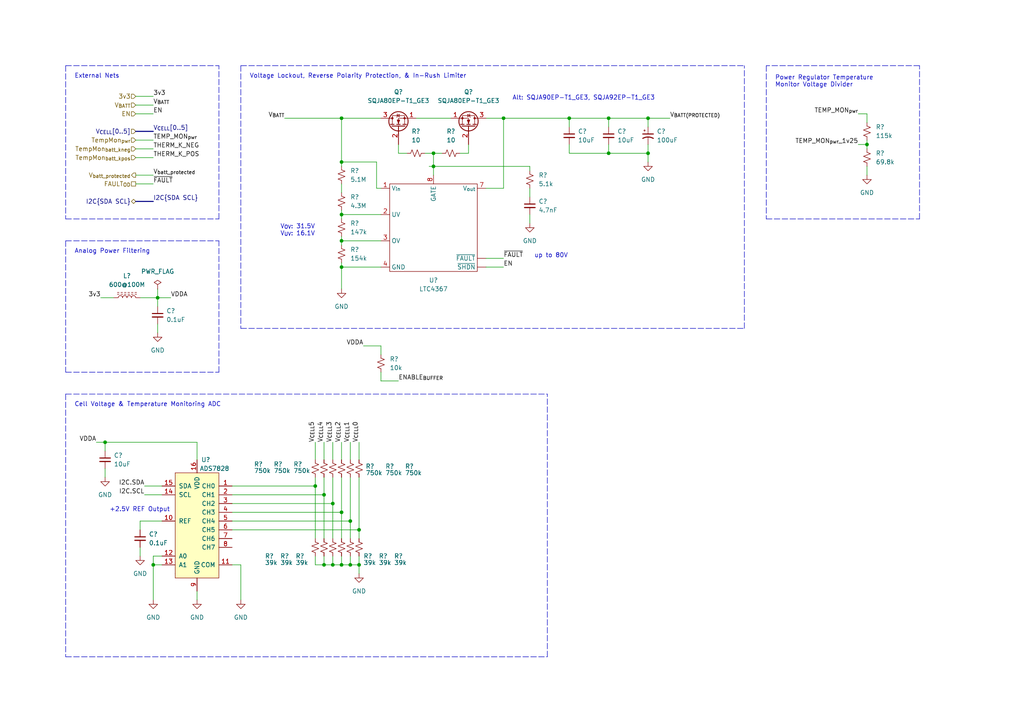
<source format=kicad_sch>
(kicad_sch (version 20211123) (generator eeschema)
  (paper "A4")
  (title_block (title "Motorboard") (date "2021-11-14") (rev "1.0.0") (company "The A-Team (RC SSL)") (comment 1 "Designed By: W. Stuckey & R. Osawa") (comment 2 "Reviewed By:"))
  (lib_symbols
    (symbol "Analog_ADC:ADS7828" (pin_names (offset 1.016))
      (property "Reference" "U" (at -5.08 15.24 0))
      (property "Value" "ADS7828" (at 5.08 15.24 0))
      (symbol "ADS7828_0_1"
        (rectangle (start -6.35 13.97) (end 6.35 -16.51) (fill (type background)))
        (rectangle (start 6.35 -15.24) (end 6.35 -15.24))
      )
      (symbol "ADS7828_1_1"
        (pin input line (at -10.16 10.16 0) (length 3.81) (name "CH0") (number "1"))
        (pin bidirectional line (at 10.16 0 180) (length 3.81) (name "REF") (number "10"))
        (pin input line (at -10.16 -12.7 0) (length 3.81) (name "COM") (number "11"))
        (pin input line (at 10.16 -10.16 180) (length 3.81) (name "A0") (number "12"))
        (pin input line (at 10.16 -12.7 180) (length 3.81) (name "A1") (number "13"))
        (pin input line (at 10.16 7.62 180) (length 3.81) (name "SCL") (number "14"))
        (pin bidirectional line (at 10.16 10.16 180) (length 3.81) (name "SDA") (number "15"))
        (pin power_in line (at 0 17.78 270) (length 3.81) (name "VDD") (number "16"))
        (pin input line (at -10.16 7.62 0) (length 3.81) (name "CH1") (number "2"))
        (pin input line (at -10.16 5.08 0) (length 3.81) (name "CH2") (number "3"))
        (pin input line (at -10.16 2.54 0) (length 3.81) (name "CH3") (number "4"))
        (pin input line (at -10.16 0 0) (length 3.81) (name "CH4") (number "5"))
        (pin input line (at -10.16 -2.54 0) (length 3.81) (name "CH5") (number "6"))
        (pin input line (at -10.16 -5.08 0) (length 3.81) (name "CH6") (number "7"))
        (pin input line (at -10.16 -7.62 0) (length 3.81) (name "CH7") (number "8"))
        (pin power_in line (at 0 -20.32 90) (length 3.81) (name "GND") (number "9"))
      )
    )
    (symbol "Device:C_Polarized_Small_US" (pin_numbers hide) (pin_names (offset 0.254) hide)
      (property "Reference" "C" (at 0.254 1.778 0))
      (property "Value" "C_Polarized_Small_US" (at 0.254 -2.032 0))
      (symbol "C_Polarized_Small_US_0_1"
        (polyline (pts (xy -1.524 0.508) (xy 1.524 0.508)) (stroke (width 0.3048)))
        (polyline (pts (xy -1.27 1.524) (xy -0.762 1.524)))
        (polyline (pts (xy -1.016 1.27) (xy -1.016 1.778)))
        (arc (start 1.524 -0.762) (mid 0 -0.3734) (end -1.524 -0.762) (stroke (width 0.3048)))
      )
      (symbol "C_Polarized_Small_US_1_1"
        (pin passive line (at 0 2.54 270) (length 2.032) (name "~") (number "1"))
        (pin passive line (at 0 -2.54 90) (length 2.032) (name "~") (number "2"))
      )
    )
    (symbol "Device:C_Small" (pin_numbers hide) (pin_names (offset 0.254) hide)
      (property "Reference" "C" (at 0.254 1.778 0))
      (property "Value" "C_Small" (at 0.254 -2.032 0))
      (symbol "C_Small_0_1"
        (polyline (pts (xy -1.524 -0.508) (xy 1.524 -0.508)) (stroke (width 0.3302)))
        (polyline (pts (xy -1.524 0.508) (xy 1.524 0.508)) (stroke (width 0.3048)))
      )
      (symbol "C_Small_1_1"
        (pin passive line (at 0 2.54 270) (length 2.032) (name "~") (number "1"))
        (pin passive line (at 0 -2.54 90) (length 2.032) (name "~") (number "2"))
      )
    )
    (symbol "Device:L_Ferrite" (pin_numbers hide) (pin_names (offset 1.016) hide)
      (property "Reference" "L" (at -1.27 0 90))
      (property "Value" "L_Ferrite" (at 2.794 0 90))
      (symbol "L_Ferrite_0_1"
        (arc (start 0 -2.54) (mid 0.635 -1.905) (end 0 -1.27))
        (arc (start 0 -1.27) (mid 0.635 -0.635) (end 0 0))
        (polyline (pts (xy 1.016 -2.794) (xy 1.016 -2.286)))
        (polyline (pts (xy 1.016 -1.778) (xy 1.016 -1.27)))
        (polyline (pts (xy 1.016 -0.762) (xy 1.016 -0.254)))
        (polyline (pts (xy 1.016 0.254) (xy 1.016 0.762)))
        (polyline (pts (xy 1.016 1.27) (xy 1.016 1.778)))
        (polyline (pts (xy 1.016 2.286) (xy 1.016 2.794)))
        (polyline (pts (xy 1.524 -2.286) (xy 1.524 -2.794)))
        (polyline (pts (xy 1.524 -1.27) (xy 1.524 -1.778)))
        (polyline (pts (xy 1.524 -0.254) (xy 1.524 -0.762)))
        (polyline (pts (xy 1.524 0.762) (xy 1.524 0.254)))
        (polyline (pts (xy 1.524 1.778) (xy 1.524 1.27)))
        (polyline (pts (xy 1.524 2.794) (xy 1.524 2.286)))
        (arc (start 0 0) (mid 0.635 0.635) (end 0 1.27))
        (arc (start 0 1.27) (mid 0.635 1.905) (end 0 2.54))
      )
      (symbol "L_Ferrite_1_1"
        (pin passive line (at 0 3.81 270) (length 1.27) (name "1") (number "1"))
        (pin passive line (at 0 -3.81 90) (length 1.27) (name "2") (number "2"))
      )
    )
    (symbol "Device:Q_NMOS_SGD" (pin_names (offset 0) hide)
      (property "Reference" "Q" (at 5.08 1.27 0))
      (property "Value" "Q_NMOS_SGD" (at 5.08 -1.27 0))
      (symbol "Q_NMOS_SGD_0_1"
        (polyline (pts (xy 0.254 0) (xy -2.54 0)))
        (polyline (pts (xy 0.254 1.905) (xy 0.254 -1.905)) (stroke (width 0.254)))
        (polyline (pts (xy 0.762 -1.27) (xy 0.762 -2.286)) (stroke (width 0.254)))
        (polyline (pts (xy 0.762 0.508) (xy 0.762 -0.508)) (stroke (width 0.254)))
        (polyline (pts (xy 0.762 2.286) (xy 0.762 1.27)) (stroke (width 0.254)))
        (polyline (pts (xy 2.54 2.54) (xy 2.54 1.778)))
        (polyline (pts (xy 2.54 -2.54) (xy 2.54 0) (xy 0.762 0)))
        (polyline (pts (xy 0.762 -1.778) (xy 3.302 -1.778) (xy 3.302 1.778) (xy 0.762 1.778)))
        (polyline (pts (xy 1.016 0) (xy 2.032 0.381) (xy 2.032 -0.381) (xy 1.016 0)) (fill (type outline)))
        (polyline (pts (xy 2.794 0.508) (xy 2.921 0.381) (xy 3.683 0.381) (xy 3.81 0.254)))
        (polyline (pts (xy 3.302 0.381) (xy 2.921 -0.254) (xy 3.683 -0.254) (xy 3.302 0.381)))
        (circle (center 1.651 0) (radius 2.794) (stroke (width 0.254)))
        (circle (center 2.54 -1.778) (radius 0.254) (fill (type outline)))
        (circle (center 2.54 1.778) (radius 0.254) (fill (type outline)))
      )
      (symbol "Q_NMOS_SGD_1_1"
        (pin passive line (at 2.54 -5.08 90) (length 2.54) (name "S") (number "1"))
        (pin input line (at -5.08 0 0) (length 5.08) (name "G") (number "2"))
        (pin passive line (at 2.54 5.08 270) (length 2.54) (name "D") (number "3"))
      )
    )
    (symbol "Device:R_Small_US" (pin_numbers hide) (pin_names (offset 0.254) hide)
      (property "Reference" "R" (at 0.762 0.508 0))
      (property "Value" "R_Small_US" (at 0.762 -1.016 0))
      (symbol "R_Small_US_1_1"
        (polyline (pts (xy 0 0) (xy 1.016 -0.381) (xy 0 -0.762) (xy -1.016 -1.143) (xy 0 -1.524)))
        (polyline (pts (xy 0 1.524) (xy 1.016 1.143) (xy 0 0.762) (xy -1.016 0.381) (xy 0 0)))
        (pin passive line (at 0 2.54 270) (length 1.016) (name "~") (number "1"))
        (pin passive line (at 0 -2.54 90) (length 1.016) (name "~") (number "2"))
      )
    )
    (symbol "ltc_regulators:LTC4367"
      (property "Reference" "U" (at 0 -15.24 0))
      (property "Value" "LTC4367" (at 6.35 13.97 0))
      (symbol "LTC4367_0_1"
        (rectangle (start -12.7 12.7) (end 12.7 -12.7) (stroke (width 0.1524)))
      )
      (symbol "LTC4367_1_1"
        (pin open_collector line (at 15.24 -8.89 180) (length 2.54) (name "~{FAULT}") (number ""))
        (pin input line (at 15.24 -11.43 180) (length 2.54) (name "~{SHDN}") (number ""))
        (pin power_in line (at -15.24 11.43 0) (length 2.54) (name "V_{in}") (number "1"))
        (pin input line (at -15.24 3.81 0) (length 2.54) (name "UV") (number "2"))
        (pin input line (at -15.24 -3.81 0) (length 2.54) (name "OV") (number "3"))
        (pin power_in line (at -15.24 -11.43 0) (length 2.54) (name "GND") (number "4"))
        (pin input line (at 15.24 11.43 180) (length 2.54) (name "V_{out}") (number "7"))
        (pin output line (at 0 15.24 270) (length 2.54) (name "GATE") (number "8"))
      )
    )
    (symbol "power:GND" (power) (pin_names (offset 0))
      (property "Value" "GND" (at 0 -3.81 0))
      (symbol "GND_0_1"
        (polyline (pts (xy 0 0) (xy 0 -1.27) (xy 1.27 -1.27) (xy 0 -2.54) (xy -1.27 -1.27) (xy 0 -1.27)))
      )
      (symbol "GND_1_1"
        (pin power_in line (at 0 0 270) (length 0) hide (name "GND") (number "1"))
      )
    )
    (symbol "power:PWR_FLAG" (power) (pin_numbers hide) (pin_names (offset 0) hide)
      (property "Value" "PWR_FLAG" (at 0 3.81 0))
      (symbol "PWR_FLAG_0_0"
        (pin power_out line (at 0 0 90) (length 0) (name "pwr") (number "1"))
      )
      (symbol "PWR_FLAG_0_1"
        (polyline (pts (xy 0 0) (xy 0 1.27) (xy -1.016 1.905) (xy 0 2.54) (xy 1.016 1.905) (xy 0 1.27)))
      )
    )
  )
  (junction (at 93.98 163.83) (diameter 0.9144))
  (junction (at 125.73 48.26) (diameter 0.9144))
  (junction (at 99.06 148.59) (diameter 0.9144))
  (junction (at 165.1 34.29) (diameter 0.9144))
  (junction (at 101.6 163.83) (diameter 0.9144))
  (junction (at 104.14 153.67) (diameter 0.9144))
  (junction (at 45.72 86.36) (diameter 0.9144))
  (junction (at 101.6 151.13) (diameter 0.9144))
  (junction (at 176.53 44.45) (diameter 0.9144))
  (junction (at 96.52 146.05) (diameter 0.9144))
  (junction (at 93.98 143.51) (diameter 0.9144))
  (junction (at 146.05 34.29) (diameter 0.9144))
  (junction (at 187.96 44.45) (diameter 0.9144))
  (junction (at 125.73 44.45) (diameter 0.9144))
  (junction (at 91.44 140.97) (diameter 0.9144))
  (junction (at 30.48 128.27) (diameter 0.9144))
  (junction (at 99.06 69.85) (diameter 0.9144))
  (junction (at 99.06 34.29) (diameter 0.9144))
  (junction (at 99.06 46.99) (diameter 0.9144))
  (junction (at 176.53 34.29) (diameter 0.9144))
  (junction (at 44.45 163.83) (diameter 0.9144))
  (junction (at 96.52 163.83) (diameter 0.9144))
  (junction (at 104.14 163.83) (diameter 0.9144))
  (junction (at 99.06 163.83) (diameter 0.9144))
  (junction (at 99.06 62.23) (diameter 0.9144))
  (junction (at 187.96 34.29) (diameter 0.9144))
  (junction (at 99.06 77.47) (diameter 0.9144))
  (junction (at 251.46 41.91) (diameter 0.9144))
  (wire (pts (xy 176.53 34.29) (xy 176.53 36.83)))
  (wire (pts (xy 27.94 128.27) (xy 30.48 128.27)))
  (wire (pts (xy 40.64 151.13) (xy 46.99 151.13)))
  (wire (pts (xy 30.48 128.27) (xy 57.15 128.27)))
  (wire (pts (xy 93.98 161.29) (xy 93.98 163.83)))
  (wire (pts (xy 248.92 41.91) (xy 251.46 41.91)))
  (wire (pts (xy 57.15 133.35) (xy 57.15 128.27)))
  (wire (pts (xy 91.44 128.27) (xy 91.44 133.35)))
  (wire (pts (xy 99.06 60.96) (xy 99.06 62.23)))
  (wire (pts (xy 99.06 62.23) (xy 99.06 63.5)))
  (wire (pts (xy 187.96 44.45) (xy 187.96 46.99)))
  (wire (pts (xy 67.31 151.13) (xy 101.6 151.13)))
  (wire (pts (xy 109.22 54.61) (xy 109.22 46.99)))
  (wire (pts (xy 110.49 54.61) (xy 109.22 54.61)))
  (wire (pts (xy 153.67 54.61) (xy 153.67 57.15)))
  (wire (pts (xy 104.14 128.27) (xy 104.14 133.35)))
  (wire (pts (xy 96.52 128.27) (xy 96.52 133.35)))
  (wire (pts (xy 93.98 138.43) (xy 93.98 143.51)))
  (wire (pts (xy 67.31 140.97) (xy 91.44 140.97)))
  (wire (pts (xy 67.31 143.51) (xy 93.98 143.51)))
  (wire (pts (xy 82.55 34.29) (xy 99.06 34.29)))
  (wire (pts (xy 99.06 34.29) (xy 110.49 34.29)))
  (wire (pts (xy 99.06 46.99) (xy 109.22 46.99)))
  (wire (pts (xy 104.14 153.67) (xy 104.14 156.21)))
  (bus (pts (xy 39.37 38.1) (xy 44.45 38.1)))
  (wire (pts (xy 187.96 34.29) (xy 187.96 36.83)))
  (wire (pts (xy 41.91 143.51) (xy 46.99 143.51)))
  (wire (pts (xy 125.73 48.26) (xy 125.73 50.8)))
  (wire (pts (xy 133.35 44.45) (xy 135.89 44.45)))
  (wire (pts (xy 135.89 44.45) (xy 135.89 41.91)))
  (wire (pts (xy 30.48 128.27) (xy 30.48 130.81)))
  (wire (pts (xy 251.46 48.26) (xy 251.46 50.8)))
  (wire (pts (xy 140.97 54.61) (xy 146.05 54.61)))
  (wire (pts (xy 146.05 54.61) (xy 146.05 34.29)))
  (wire (pts (xy 45.72 86.36) (xy 49.53 86.36)))
  (wire (pts (xy 96.52 161.29) (xy 96.52 163.83)))
  (wire (pts (xy 99.06 161.29) (xy 99.06 163.83)))
  (wire (pts (xy 45.72 93.98) (xy 45.72 96.52)))
  (wire (pts (xy 124.46 48.26) (xy 125.73 48.26)))
  (wire (pts (xy 123.19 44.45) (xy 125.73 44.45)))
  (wire (pts (xy 125.73 44.45) (xy 128.27 44.45)))
  (wire (pts (xy 91.44 161.29) (xy 91.44 163.83)))
  (wire (pts (xy 91.44 163.83) (xy 93.98 163.83)))
  (wire (pts (xy 93.98 163.83) (xy 96.52 163.83)))
  (wire (pts (xy 96.52 163.83) (xy 99.06 163.83)))
  (wire (pts (xy 99.06 163.83) (xy 101.6 163.83)))
  (wire (pts (xy 101.6 163.83) (xy 104.14 163.83)))
  (wire (pts (xy 39.37 43.18) (xy 44.45 43.18)))
  (wire (pts (xy 125.73 48.26) (xy 153.67 48.26)))
  (wire (pts (xy 153.67 48.26) (xy 153.67 49.53)))
  (wire (pts (xy 99.06 77.47) (xy 99.06 76.2)))
  (wire (pts (xy 99.06 77.47) (xy 110.49 77.47)))
  (wire (pts (xy 39.37 27.94) (xy 44.45 27.94)))
  (wire (pts (xy 140.97 74.93) (xy 146.05 74.93)))
  (wire (pts (xy 99.06 62.23) (xy 110.49 62.23)))
  (wire (pts (xy 93.98 143.51) (xy 93.98 156.21)))
  (wire (pts (xy 101.6 161.29) (xy 101.6 163.83)))
  (wire (pts (xy 101.6 138.43) (xy 101.6 151.13)))
  (wire (pts (xy 101.6 151.13) (xy 101.6 156.21)))
  (wire (pts (xy 40.64 151.13) (xy 40.64 153.67)))
  (polyline (pts (xy 19.05 69.85) (xy 19.05 107.95)) (stroke (width 0) (type dash)))
  (polyline (pts (xy 19.05 69.85) (xy 63.5 69.85)) (stroke (width 0) (type dash)))
  (polyline (pts (xy 19.05 107.95) (xy 63.5 107.95)) (stroke (width 0) (type dash)))
  (polyline (pts (xy 63.5 107.95) (xy 63.5 69.85)) (stroke (width 0) (type dash)))
  (wire (pts (xy 248.92 33.02) (xy 251.46 33.02)))
  (polyline (pts (xy 69.85 19.05) (xy 69.85 95.25)) (stroke (width 0) (type dash)))
  (polyline (pts (xy 69.85 19.05) (xy 215.9 19.05)) (stroke (width 0) (type dash)))
  (polyline (pts (xy 69.85 95.25) (xy 215.9 95.25)) (stroke (width 0) (type dash)))
  (polyline (pts (xy 215.9 95.25) (xy 215.9 19.05)) (stroke (width 0) (type dash)))
  (wire (pts (xy 99.06 128.27) (xy 99.06 133.35)))
  (wire (pts (xy 39.37 40.64) (xy 44.45 40.64)))
  (wire (pts (xy 99.06 53.34) (xy 99.06 55.88)))
  (wire (pts (xy 67.31 148.59) (xy 99.06 148.59)))
  (wire (pts (xy 120.65 34.29) (xy 130.81 34.29)))
  (wire (pts (xy 146.05 34.29) (xy 165.1 34.29)))
  (wire (pts (xy 96.52 146.05) (xy 96.52 156.21)))
  (wire (pts (xy 104.14 138.43) (xy 104.14 153.67)))
  (wire (pts (xy 39.37 33.02) (xy 44.45 33.02)))
  (wire (pts (xy 251.46 40.64) (xy 251.46 41.91)))
  (wire (pts (xy 251.46 41.91) (xy 251.46 43.18)))
  (wire (pts (xy 45.72 86.36) (xy 45.72 88.9)))
  (wire (pts (xy 99.06 77.47) (xy 99.06 83.82)))
  (wire (pts (xy 45.72 83.82) (xy 45.72 86.36)))
  (wire (pts (xy 39.37 45.72) (xy 44.45 45.72)))
  (wire (pts (xy 165.1 34.29) (xy 165.1 36.83)))
  (polyline (pts (xy 19.05 19.05) (xy 19.05 63.5)) (stroke (width 0) (type dash)))
  (polyline (pts (xy 19.05 19.05) (xy 63.5 19.05)) (stroke (width 0) (type dash)))
  (polyline (pts (xy 19.05 63.5) (xy 63.5 63.5)) (stroke (width 0) (type dash)))
  (polyline (pts (xy 63.5 63.5) (xy 63.5 19.05)) (stroke (width 0) (type dash)))
  (wire (pts (xy 140.97 77.47) (xy 146.05 77.47)))
  (wire (pts (xy 96.52 138.43) (xy 96.52 146.05)))
  (wire (pts (xy 67.31 146.05) (xy 96.52 146.05)))
  (bus (pts (xy 39.37 58.42) (xy 44.45 58.42)))
  (wire (pts (xy 57.15 171.45) (xy 57.15 173.99)))
  (wire (pts (xy 30.48 135.89) (xy 30.48 138.43)))
  (wire (pts (xy 251.46 33.02) (xy 251.46 35.56)))
  (wire (pts (xy 29.21 86.36) (xy 33.02 86.36)))
  (wire (pts (xy 41.91 140.97) (xy 46.99 140.97)))
  (wire (pts (xy 67.31 163.83) (xy 69.85 163.83)))
  (wire (pts (xy 69.85 163.83) (xy 69.85 173.99)))
  (wire (pts (xy 176.53 41.91) (xy 176.53 44.45)))
  (wire (pts (xy 44.45 163.83) (xy 46.99 163.83)))
  (wire (pts (xy 40.64 86.36) (xy 45.72 86.36)))
  (wire (pts (xy 93.98 128.27) (xy 93.98 133.35)))
  (wire (pts (xy 101.6 128.27) (xy 101.6 133.35)))
  (polyline (pts (xy 222.25 19.05) (xy 222.25 63.5)) (stroke (width 0) (type dash)))
  (polyline (pts (xy 222.25 63.5) (xy 266.7 63.5)) (stroke (width 0) (type dash)))
  (polyline (pts (xy 266.7 19.05) (xy 222.25 19.05)) (stroke (width 0) (type dash)))
  (polyline (pts (xy 266.7 63.5) (xy 266.7 19.05)) (stroke (width 0) (type dash)))
  (wire (pts (xy 67.31 153.67) (xy 104.14 153.67)))
  (wire (pts (xy 40.64 158.75) (xy 40.64 161.29)))
  (polyline (pts (xy 19.05 114.3) (xy 19.05 190.5)) (stroke (width 0) (type dash)))
  (polyline (pts (xy 19.05 114.3) (xy 158.75 114.3)) (stroke (width 0) (type dash)))
  (polyline (pts (xy 19.05 190.5) (xy 158.75 190.5)) (stroke (width 0) (type dash)))
  (polyline (pts (xy 158.75 190.5) (xy 158.75 114.3)) (stroke (width 0) (type dash)))
  (wire (pts (xy 39.37 30.48) (xy 44.45 30.48)))
  (wire (pts (xy 165.1 34.29) (xy 176.53 34.29)))
  (wire (pts (xy 176.53 34.29) (xy 187.96 34.29)))
  (wire (pts (xy 187.96 34.29) (xy 194.31 34.29)))
  (wire (pts (xy 99.06 138.43) (xy 99.06 148.59)))
  (wire (pts (xy 91.44 138.43) (xy 91.44 140.97)))
  (wire (pts (xy 91.44 140.97) (xy 91.44 156.21)))
  (wire (pts (xy 44.45 161.29) (xy 44.45 163.83)))
  (wire (pts (xy 44.45 163.83) (xy 44.45 173.99)))
  (wire (pts (xy 46.99 161.29) (xy 44.45 161.29)))
  (wire (pts (xy 140.97 34.29) (xy 146.05 34.29)))
  (wire (pts (xy 39.37 53.34) (xy 44.45 53.34)))
  (wire (pts (xy 125.73 44.45) (xy 125.73 48.26)))
  (wire (pts (xy 153.67 62.23) (xy 153.67 64.77)))
  (wire (pts (xy 99.06 148.59) (xy 99.06 156.21)))
  (wire (pts (xy 39.37 50.8) (xy 44.45 50.8)))
  (wire (pts (xy 105.41 100.33) (xy 110.49 100.33)))
  (wire (pts (xy 110.49 102.87) (xy 110.49 100.33)))
  (wire (pts (xy 99.06 69.85) (xy 110.49 69.85)))
  (wire (pts (xy 110.49 107.95) (xy 110.49 110.49)))
  (wire (pts (xy 110.49 110.49) (xy 115.57 110.49)))
  (wire (pts (xy 115.57 41.91) (xy 115.57 44.45)))
  (wire (pts (xy 115.57 44.45) (xy 118.11 44.45)))
  (wire (pts (xy 165.1 41.91) (xy 165.1 44.45)))
  (wire (pts (xy 165.1 44.45) (xy 176.53 44.45)))
  (wire (pts (xy 176.53 44.45) (xy 187.96 44.45)))
  (wire (pts (xy 187.96 44.45) (xy 187.96 41.91)))
  (wire (pts (xy 99.06 34.29) (xy 99.06 46.99)))
  (wire (pts (xy 99.06 46.99) (xy 99.06 48.26)))
  (wire (pts (xy 104.14 161.29) (xy 104.14 163.83)))
  (wire (pts (xy 104.14 163.83) (xy 104.14 166.37)))
  (wire (pts (xy 99.06 68.58) (xy 99.06 69.85)))
  (wire (pts (xy 99.06 69.85) (xy 99.06 71.12)))
  (text "Cell Voltage & Temperature Monitoring ADC" (at 21.59 118.11 0) (effects (font (size 1.27 1.27)) (justify left bottom)))
  (text "up to 80V" (at 154.94 74.93 0) (effects (font (size 1.27 1.27)) (justify left bottom)))
  (text "Analog Power Filtering" (at 21.59 73.66 0) (effects (font (size 1.27 1.27)) (justify left bottom)))
  (text "V_{OV}: 31.5V\nV_{UV}: 16.1V\n" (at 81.28 68.58 0) (effects (font (size 1.27 1.27)) (justify left bottom)))
  (text "External Nets" (at 21.59 22.86 0) (effects (font (size 1.27 1.27)) (justify left bottom)))
  (text "Voltage Lockout, Reverse Polarity Protection, & In-Rush Limiter" (at 72.39 22.86 0) (effects (font (size 1.27 1.27)) (justify left bottom)))
  (text "+2.5V REF Output" (at 31.75 148.59 0) (effects (font (size 1.27 1.27)) (justify left bottom)))
  (text "Alt: SQJA90EP-T1_GE3, SQJA92EP-T1_GE3 " (at 148.59 29.21 0) (effects (font (size 1.27 1.27)) (justify left bottom)))
  (text "Power Regulator Temperature\nMonitor Voltage Divider" (at 224.79 25.4 0) (effects (font (size 1.27 1.27)) (justify left bottom)))
  (label "THERM_K_POS" (at 44.45 45.72 0))
  (label "V_{batt_protected}" (at 44.45 50.8 0))
  (label "V_{CELL}1" (at 101.6 128.27 90))
  (label "V_{CELL}0" (at 104.14 128.27 90))
  (label "EN" (at 146.05 77.47 0))
  (label "VDDA" (at 49.53 86.36 0))
  (label "V_{CELL}[0..5]" (at 44.45 38.1 0))
  (label "THERM_K_NEG" (at 44.45 43.18 0))
  (label "~{FAULT}" (at 146.05 74.93 0))
  (label "V_{CELL}3" (at 96.52 128.27 90))
  (label "3v3" (at 44.45 27.94 0))
  (label "V_{CELL}2" (at 99.06 128.27 90))
  (label "V_{BATT}" (at 44.45 30.48 0))
  (label "EN" (at 44.45 33.02 0))
  (label "I2C{SDA SCL}" (at 44.45 58.42 0))
  (label "TEMP_MON_{pwr}" (at 44.45 40.64 0))
  (label "VDDA" (at 105.41 100.33 180))
  (label "TEMP_MON_{pwr}" (at 248.92 33.02 180))
  (label "ENABLE_{BUFFER}" (at 115.57 110.49 0))
  (label "V_{CELL}4" (at 93.98 128.27 90))
  (label "V_{BATT}" (at 82.55 34.29 180))
  (label "3v3" (at 29.21 86.36 180))
  (label "TEMP_MON_{pwr}_1v25" (at 248.92 41.91 180))
  (label "VDDA" (at 27.94 128.27 180))
  (label "I2C.SCL" (at 41.91 143.51 180))
  (label "V_{BATT(PROTECTED)}" (at 194.31 34.29 0))
  (label "I2C.SDA" (at 41.91 140.97 180))
  (label "V_{CELL}5" (at 91.44 128.27 90))
  (label "~{FAULT}" (at 44.45 53.34 0))
  (hierarchical_label "V_{CELL}[0..5]" (shape input) (at 39.37 38.1 180))
  (hierarchical_label "V_{batt_protected}" (shape output) (at 39.37 50.8 180))
  (hierarchical_label "TempMon_{batt_kpos}" (shape input) (at 39.37 45.72 180))
  (hierarchical_label "FAULT_{OD}" (shape passive) (at 39.37 53.34 180))
  (hierarchical_label "V_{BATT}" (shape input) (at 39.37 30.48 180))
  (hierarchical_label "TempMon_{pwr}" (shape input) (at 39.37 40.64 180))
  (hierarchical_label "I2C{SDA SCL}" (shape bidirectional) (at 39.37 58.42 180))
  (hierarchical_label "TempMon_{batt_kneg}" (shape input) (at 39.37 43.18 180))
  (hierarchical_label "3v3" (shape input) (at 39.37 27.94 180))
  (hierarchical_label "EN" (shape input) (at 39.37 33.02 180))
  (symbol (lib_id "Device:R_Small_US") (at 99.06 50.8 0) (unit 1)
    (property "Reference" "R?" (at 101.6 49.5299 0) (effects (justify left)))
    (property "Value" "5.1M" (at 101.6 52.0699 0) (effects (justify left)))
    (property "Footprint" "Resistor_SMD:R_0402_1005Metric_Pad0.72x0.64mm_HandSolder" (effects hide))
  )
  (symbol (lib_id "Device:R_Small_US") (at 99.06 158.75 0) (unit 1)
    (property "Reference" "R?" (at 105.41 161.2899 0) (effects (justify left)))
    (property "Value" "39k" (at 105.41 163.1949 0) (effects (justify left)))
    (property "Footprint" "Resistor_SMD:R_0402_1005Metric_Pad0.72x0.64mm_HandSolder" (effects hide))
  )
  (symbol (lib_id "power:GND") (at 30.48 138.43 0) (unit 1)
    (property "Reference" "#PWR?" (effects hide))
    (property "Value" "GND" (at 30.48 143.51 0))
  )
  (symbol (lib_id "power:GND") (at 40.64 161.29 0) (unit 1)
    (property "Reference" "#PWR?" (effects hide))
    (property "Value" "GND" (at 40.64 166.37 0))
  )
  (symbol (lib_id "power:GND") (at 104.14 166.37 0) (unit 1)
    (property "Reference" "#PWR?" (effects hide))
    (property "Value" "GND" (at 104.14 171.45 0))
  )
  (symbol (lib_id "Device:R_Small_US") (at 99.06 58.42 0) (unit 1)
    (property "Reference" "R?" (at 101.6 57.1499 0) (effects (justify left)))
    (property "Value" "4.3M" (at 101.6 59.6899 0) (effects (justify left)))
    (property "Footprint" "Resistor_SMD:R_0402_1005Metric_Pad0.72x0.64mm_HandSolder" (effects hide))
  )
  (symbol (lib_id "Device:R_Small_US") (at 96.52 158.75 0) (unit 1)
    (property "Reference" "R?" (at 85.725 161.2899 0) (effects (justify left)))
    (property "Value" "39k" (at 85.725 163.1949 0) (effects (justify left)))
    (property "Footprint" "Resistor_SMD:R_0402_1005Metric_Pad0.72x0.64mm_HandSolder" (effects hide))
  )
  (symbol (lib_id "Device:R_Small_US") (at 104.14 158.75 0) (unit 1)
    (property "Reference" "R?" (at 114.3 161.2899 0) (effects (justify left)))
    (property "Value" "39k" (at 114.3 163.1949 0) (effects (justify left)))
    (property "Footprint" "Resistor_SMD:R_0402_1005Metric_Pad0.72x0.64mm_HandSolder" (effects hide))
  )
  (symbol (lib_id "Device:R_Small_US") (at 91.44 158.75 0) (unit 1)
    (property "Reference" "R?" (at 76.835 161.2899 0) (effects (justify left)))
    (property "Value" "39k" (at 76.835 163.1949 0) (effects (justify left)))
    (property "Footprint" "Resistor_SMD:R_0402_1005Metric_Pad0.72x0.64mm_HandSolder" (effects hide))
  )
  (symbol (lib_id "Device:R_Small_US") (at 91.44 135.89 0) (unit 1)
    (property "Reference" "R?" (at 73.66 134.6199 0) (effects (justify left)))
    (property "Value" "750k" (at 73.66 136.5249 0) (effects (justify left)))
    (property "Footprint" "Resistor_SMD:R_0402_1005Metric_Pad0.72x0.64mm_HandSolder" (effects hide))
  )
  (symbol (lib_id "Device:C_Small") (at 40.64 156.21 0) (unit 1)
    (property "Reference" "C?" (at 43.18 154.9399 0) (effects (justify left)))
    (property "Value" "0.1uF" (at 43.18 157.4799 0) (effects (justify left)))
    (property "Footprint" "Capacitor_SMD:C_0402_1005Metric_Pad0.74x0.62mm_HandSolder" (effects hide))
  )
  (symbol (lib_id "power:GND") (at 45.72 96.52 0) (unit 1)
    (property "Reference" "#PWR?" (effects hide))
    (property "Value" "GND" (at 45.72 101.6 0))
  )
  (symbol (lib_id "Device:R_Small_US") (at 101.6 135.89 0) (unit 1)
    (property "Reference" "R?" (at 111.76 135.2549 0) (effects (justify left)))
    (property "Value" "750k" (at 111.76 137.1599 0) (effects (justify left)))
    (property "Footprint" "Resistor_SMD:R_0402_1005Metric_Pad0.72x0.64mm_HandSolder" (effects hide))
  )
  (symbol (lib_id "Device:R_Small_US") (at 104.14 135.89 0) (unit 1)
    (property "Reference" "R?" (at 117.475 135.2549 0) (effects (justify left)))
    (property "Value" "750k" (at 117.475 137.1599 0) (effects (justify left)))
    (property "Footprint" "Resistor_SMD:R_0402_1005Metric_Pad0.72x0.64mm_HandSolder" (effects hide))
  )
  (symbol (lib_id "power:GND") (at 57.15 173.99 0) (unit 1)
    (property "Reference" "#PWR?" (effects hide))
    (property "Value" "GND" (at 57.15 179.07 0))
  )
  (symbol (lib_id "Device:C_Polarized_Small_US") (at 187.96 39.37 0) (unit 1)
    (property "Reference" "C?" (at 190.5 38.0999 0) (effects (justify left)))
    (property "Value" "100uF" (at 190.5 40.6399 0) (effects (justify left)))
    (property "Footprint" "Capacitor_THT:CP_Radial_D10.0mm_P5.00mm" (effects hide))
  )
  (symbol (lib_id "power:PWR_FLAG") (at 45.72 83.82 0) (unit 1)
    (property "Reference" "#FLG?" (effects hide))
    (property "Value" "PWR_FLAG" (at 45.72 78.74 0))
  )
  (symbol (lib_id "Device:Q_NMOS_SGD") (at 115.57 36.83 90) (unit 1)
    (property "Reference" "Q?" (at 115.57 26.67 90))
    (property "Value" "SQJA80EP-T1_GE3" (at 115.57 29.21 90))
    (property "Footprint" "Package_TO_SOT_SMD:Vishay_PowerPAK_SC70-6L_Single" (effects hide))
  )
  (symbol (lib_id "Device:R_Small_US") (at 153.67 52.07 0) (unit 1)
    (property "Reference" "R?" (at 156.21 50.7999 0) (effects (justify left)))
    (property "Value" "5.1k" (at 156.21 53.3399 0) (effects (justify left)))
    (property "Footprint" "Resistor_SMD:R_0402_1005Metric_Pad0.72x0.64mm_HandSolder" (effects hide))
  )
  (symbol (lib_id "Analog_ADC:ADS7828") (at 57.15 151.13 0) (mirror y) (unit 1)
    (property "Reference" "U?" (at 59.69 133.35 0))
    (property "Value" "ADS7828" (at 62.23 135.89 0))
    (property "Footprint" "Package_SO:TSSOP-16_4.4x5mm_P0.65mm" (effects hide))
    (property "Datasheet" "http://www.ti.com/lit/ds/symlink/ads7828.pdf" (effects hide))
  )
  (symbol (lib_id "power:GND") (at 153.67 64.77 0) (unit 1)
    (property "Reference" "#PWR?" (effects hide))
    (property "Value" "GND" (at 153.67 69.85 0))
  )
  (symbol (lib_id "ltc_regulators:LTC4367") (at 125.73 66.04 0) (unit 1)
    (property "Reference" "U?" (at 125.73 81.28 0))
    (property "Value" "LTC4367" (at 125.73 83.82 0))
  )
  (symbol (lib_id "Device:R_Small_US") (at 110.49 105.41 0) (unit 1)
    (property "Reference" "R?" (at 113.03 104.1399 0) (effects (justify left)))
    (property "Value" "10k" (at 113.03 106.6799 0) (effects (justify left)))
    (property "Footprint" "Resistor_SMD:R_0402_1005Metric_Pad0.72x0.64mm_HandSolder" (effects hide))
  )
  (symbol (lib_id "Device:R_Small_US") (at 96.52 135.89 0) (unit 1)
    (property "Reference" "R?" (at 85.09 134.6199 0) (effects (justify left)))
    (property "Value" "750k" (at 85.09 136.5249 0) (effects (justify left)))
    (property "Footprint" "Resistor_SMD:R_0402_1005Metric_Pad0.72x0.64mm_HandSolder" (effects hide))
  )
  (symbol (lib_id "power:GND") (at 187.96 46.99 0) (unit 1)
    (property "Reference" "#PWR?" (effects hide))
    (property "Value" "GND" (at 187.96 52.07 0))
  )
  (symbol (lib_id "Device:C_Small") (at 165.1 39.37 0) (unit 1)
    (property "Reference" "C?" (at 167.64 38.0999 0) (effects (justify left)))
    (property "Value" "10uF" (at 167.64 40.6399 0) (effects (justify left)))
    (property "Footprint" "Capacitor_SMD:C_1210_3225Metric_Pad1.33x2.70mm_HandSolder" (effects hide))
  )
  (symbol (lib_id "power:GND") (at 69.85 173.99 0) (unit 1)
    (property "Reference" "#PWR?" (effects hide))
    (property "Value" "GND" (at 69.85 179.07 0))
  )
  (symbol (lib_id "Device:R_Small_US") (at 251.46 45.72 0) (unit 1)
    (property "Reference" "R?" (at 254 44.4499 0) (effects (justify left)))
    (property "Value" "69.8k" (at 254 46.9899 0) (effects (justify left)))
    (property "Footprint" "Resistor_SMD:R_0402_1005Metric_Pad0.72x0.64mm_HandSolder" (effects hide))
  )
  (symbol (lib_id "Device:R_Small_US") (at 93.98 158.75 0) (unit 1)
    (property "Reference" "R?" (at 81.28 161.2899 0) (effects (justify left)))
    (property "Value" "39k" (at 81.28 163.1949 0) (effects (justify left)))
    (property "Footprint" "Resistor_SMD:R_0402_1005Metric_Pad0.72x0.64mm_HandSolder" (effects hide))
  )
  (symbol (lib_id "Device:C_Small") (at 176.53 39.37 0) (unit 1)
    (property "Reference" "C?" (at 179.07 38.0999 0) (effects (justify left)))
    (property "Value" "10uF" (at 179.07 40.6399 0) (effects (justify left)))
    (property "Footprint" "Capacitor_SMD:C_1210_3225Metric_Pad1.33x2.70mm_HandSolder" (effects hide))
  )
  (symbol (lib_id "Device:R_Small_US") (at 130.81 44.45 90) (unit 1)
    (property "Reference" "R?" (at 130.81 38.1 90))
    (property "Value" "10" (at 130.81 40.64 90))
    (property "Footprint" "Resistor_SMD:R_0402_1005Metric_Pad0.72x0.64mm_HandSolder" (effects hide))
  )
  (symbol (lib_id "Device:C_Small") (at 153.67 59.69 0) (unit 1)
    (property "Reference" "C?" (at 156.21 58.4199 0) (effects (justify left)))
    (property "Value" "4.7nF" (at 156.21 60.9599 0) (effects (justify left)))
    (property "Footprint" "Capacitor_SMD:C_0402_1005Metric_Pad0.74x0.62mm_HandSolder" (effects hide))
  )
  (symbol (lib_id "Device:C_Small") (at 45.72 91.44 0) (unit 1)
    (property "Reference" "C?" (at 48.26 90.1699 0) (effects (justify left)))
    (property "Value" "0.1uF" (at 48.26 92.7099 0) (effects (justify left)))
    (property "Footprint" "Capacitor_SMD:C_0402_1005Metric_Pad0.74x0.62mm_HandSolder" (effects hide))
  )
  (symbol (lib_id "power:GND") (at 44.45 173.99 0) (unit 1)
    (property "Reference" "#PWR?" (effects hide))
    (property "Value" "GND" (at 44.45 179.07 0))
  )
  (symbol (lib_id "power:GND") (at 99.06 83.82 0) (unit 1)
    (property "Reference" "#PWR?" (effects hide))
    (property "Value" "GND" (at 99.06 88.9 0))
  )
  (symbol (lib_id "power:GND") (at 251.46 50.8 0) (unit 1)
    (property "Reference" "#PWR?" (effects hide))
    (property "Value" "GND" (at 251.46 55.88 0))
  )
  (symbol (lib_id "Device:R_Small_US") (at 99.06 66.04 0) (unit 1)
    (property "Reference" "R?" (at 101.6 64.7699 0) (effects (justify left)))
    (property "Value" "147k" (at 101.6 67.3099 0) (effects (justify left)))
    (property "Footprint" "Resistor_SMD:R_0402_1005Metric_Pad0.72x0.64mm_HandSolder" (effects hide))
  )
  (symbol (lib_id "Device:R_Small_US") (at 120.65 44.45 90) (unit 1)
    (property "Reference" "R?" (at 120.65 38.1 90))
    (property "Value" "10" (at 120.65 40.64 90))
    (property "Footprint" "Resistor_SMD:R_0402_1005Metric_Pad0.72x0.64mm_HandSolder" (effects hide))
  )
  (symbol (lib_id "Device:R_Small_US") (at 99.06 135.89 0) (unit 1)
    (property "Reference" "R?" (at 106.045 135.2549 0) (effects (justify left)))
    (property "Value" "750k" (at 106.045 137.1599 0) (effects (justify left)))
    (property "Footprint" "Resistor_SMD:R_0402_1005Metric_Pad0.72x0.64mm_HandSolder" (effects hide))
  )
  (symbol (lib_id "Device:L_Ferrite") (at 36.83 86.36 90) (unit 1)
    (property "Reference" "L?" (at 36.83 80.01 90))
    (property "Value" "600@100M" (at 36.83 82.55 90))
    (property "Footprint" "Inductor_SMD:L_0603_1608Metric_Pad1.05x0.95mm_HandSolder" (effects hide))
  )
  (symbol (lib_id "Device:R_Small_US") (at 93.98 135.89 0) (unit 1)
    (property "Reference" "R?" (at 79.375 134.6199 0) (effects (justify left)))
    (property "Value" "750k" (at 79.375 136.5249 0) (effects (justify left)))
    (property "Footprint" "Resistor_SMD:R_0402_1005Metric_Pad0.72x0.64mm_HandSolder" (effects hide))
  )
  (symbol (lib_id "Device:R_Small_US") (at 251.46 38.1 0) (unit 1)
    (property "Reference" "R?" (at 254 36.8299 0) (effects (justify left)))
    (property "Value" "115k" (at 254 39.3699 0) (effects (justify left)))
    (property "Footprint" "Resistor_SMD:R_0402_1005Metric_Pad0.72x0.64mm_HandSolder" (effects hide))
  )
  (symbol (lib_id "Device:Q_NMOS_SGD") (at 135.89 36.83 270) (mirror x) (unit 1)
    (property "Reference" "Q?" (at 135.89 26.67 90))
    (property "Value" "SQJA80EP-T1_GE3" (at 135.89 29.21 90))
    (property "Footprint" "Package_TO_SOT_SMD:Vishay_PowerPAK_SC70-6L_Single" (effects hide))
  )
  (symbol (lib_id "Device:R_Small_US") (at 101.6 158.75 0) (unit 1)
    (property "Reference" "R?" (at 109.855 161.2899 0) (effects (justify left)))
    (property "Value" "39k" (at 109.855 163.1949 0) (effects (justify left)))
    (property "Footprint" "Resistor_SMD:R_0402_1005Metric_Pad0.72x0.64mm_HandSolder" (effects hide))
  )
  (symbol (lib_id "Device:C_Small") (at 30.48 133.35 0) (unit 1)
    (property "Reference" "C?" (at 33.02 132.0799 0) (effects (justify left)))
    (property "Value" "10uF" (at 33.02 134.6199 0) (effects (justify left)))
    (property "Footprint" "Capacitor_SMD:C_1210_3225Metric_Pad1.33x2.70mm_HandSolder" (effects hide))
  )
  (symbol (lib_id "Device:R_Small_US") (at 99.06 73.66 180) (unit 1)
    (property "Reference" "R?" (at 101.6 72.3899 0) (effects (justify right)))
    (property "Value" "154k" (at 101.6 74.9299 0) (effects (justify right)))
    (property "Footprint" "Resistor_SMD:R_0402_1005Metric_Pad0.72x0.64mm_HandSolder" (effects hide))
  )
)
</source>
